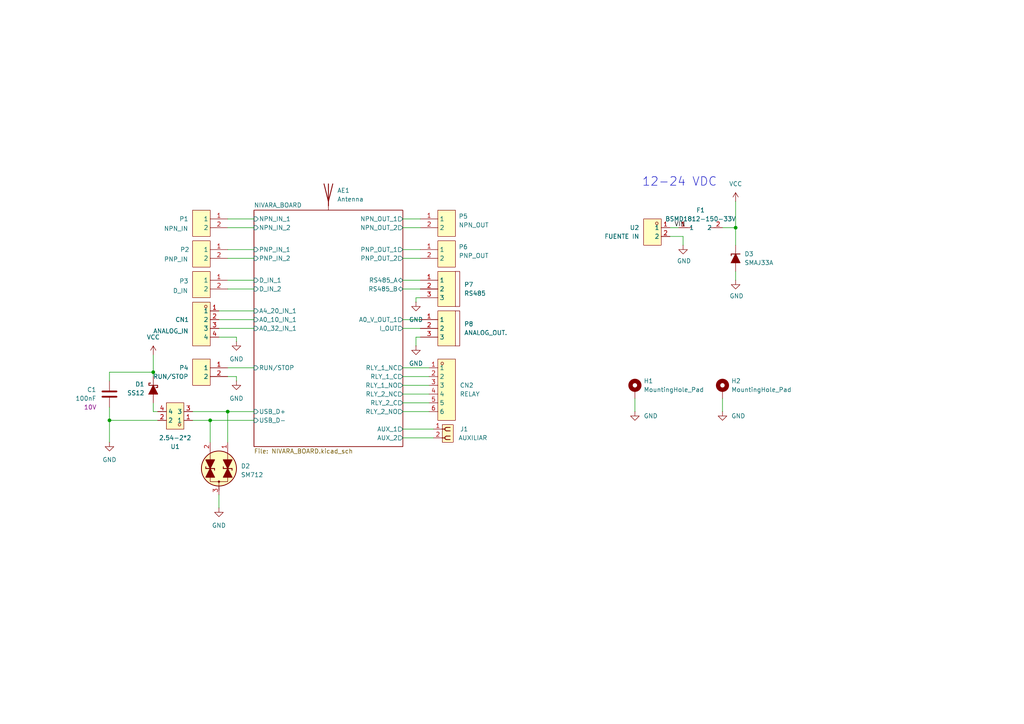
<source format=kicad_sch>
(kicad_sch (version 20250114) (generator "eeschema") (generator_version "9.0")
  (paper "A4")
  (title_block (title "PCB Nivara") (date "2025-06-06") (rev "2025-06-06") (company "Instituto Tecnológico de las Américas"))
  (lib_symbols
    (symbol "EasyEDA:2.54-2*2"
      (property "Reference" "U" (at 0 6.35 0))
      (property "Value" "2.54-2*2" (at 0 -6.35 0))
      (symbol "2.54-2*2_0_1"
        (rectangle (start -2.54 3.81) (end 2.54 -3.81) (fill (type background)))
        (circle (center -1.27 2.54) (radius 0.38))
        (pin unspecified line (at -5.08 1.27 0) (length 2.54) (name "1") (number "1"))
        (pin unspecified line (at -5.08 -1.27 0) (length 2.54) (name "3") (number "3"))
        (pin unspecified line (at 5.08 1.27 180) (length 2.54) (name "2") (number "2"))
        (pin unspecified line (at 5.08 -1.27 180) (length 2.54) (name "4") (number "4"))
      )
    )
    (symbol "EasyEDA:Antenna" (pin_numbers (hide yes)) (pin_names (offset 1.016) (hide yes))
      (property "Reference" "AE" (at -1.905 1.905 0))
      (property "Value" "Antenna" (at -1.905 0 0))
      (symbol "Antenna_0_1"
        (polyline (pts (xy 0 2.54) (xy 0 -3.81)) (stroke (width 0.254)))
        (polyline (pts (xy 1.27 2.54) (xy 0 -2.54) (xy -1.27 2.54)) (stroke (width 0.254)))
      )
      (symbol "Antenna_1_1"
        (pin input line (at 0 -5.08 90) (length 2.54) (name "A") (number "1"))
      )
    )
    (symbol "EasyEDA:BSMD1812-150-33V"
      (property "Reference" "F" (at 0 5.08 0))
      (property "Value" "BSMD1812-150-33V" (at 0 -5.08 0))
      (symbol "BSMD1812-150-33V_0_1"
        (polyline (pts (xy -2.54 0) (xy -1.27 0)))
        (polyline (pts (xy -1.27 0)) (fill (type background)))
        (polyline (pts (xy 3.81 0) (xy 5.08 0)))
        (pin unspecified line (at -5.08 0 0) (length 2.54) (name "1") (number "1"))
        (pin unspecified line (at 7.62 0 180) (length 2.54) (name "2") (number "2"))
      )
    )
    (symbol "EasyEDA:C_0603" (pin_numbers (hide yes)) (pin_names (offset 0.254))
      (property "Reference" "C" (at 0.635 2.54 0))
      (property "Value" "C_0603" (at 0.635 -2.54 0))
      (symbol "C_0603_0_1"
        (polyline (pts (xy -2.032 0.762) (xy 2.032 0.762)) (stroke (width 0.508)))
        (polyline (pts (xy -2.032 -0.762) (xy 2.032 -0.762)) (stroke (width 0.508)))
      )
      (symbol "C_0603_0_2"
        (polyline (pts (xy -2.54 -2.54) (xy -0.381 -0.381)))
        (polyline (pts (xy -0.508 -0.508) (xy -1.651 0.635)) (stroke (width 0.508)))
        (polyline (pts (xy -0.508 -0.508) (xy 0.635 -1.651)) (stroke (width 0.508)))
        (polyline (pts (xy 0.381 0.381) (xy 2.54 2.54)))
        (polyline (pts (xy 0.508 0.508) (xy -0.635 1.651)) (stroke (width 0.508)))
        (polyline (pts (xy 0.508 0.508) (xy 1.651 -0.635)) (stroke (width 0.508)))
      )
      (symbol "C_0603_1_1"
        (pin passive line (at 0 3.81 270) (length 2.794) (name "~") (number "1"))
        (pin passive line (at 0 -3.81 90) (length 2.794) (name "~") (number "2"))
      )
      (symbol "C_0603_1_2"
        (pin passive line (at -2.54 -2.54 90) (length 0) (name "~") (number "2"))
        (pin passive line (at 2.54 2.54 270) (length 0) (name "~") (number "1"))
      )
    )
    (symbol "EasyEDA:DB128V-5.08-4P-GN-S"
      (property "Reference" "CN" (at 0 8.89 0))
      (property "Value" "DB128V-5.08-4P-GN-S" (at 0 -8.89 0))
      (symbol "DB128V-5.08-4P-GN-S_0_1"
        (rectangle (start -2.54 6.35) (end 2.54 -6.35) (fill (type background)))
        (circle (center -1.27 5.08) (radius 0.38))
        (pin unspecified line (at -5.08 3.81 0) (length 2.54) (name "1") (number "1"))
        (pin unspecified line (at -5.08 1.27 0) (length 2.54) (name "2") (number "2"))
        (pin unspecified line (at -5.08 -1.27 0) (length 2.54) (name "3") (number "3"))
        (pin unspecified line (at -5.08 -3.81 0) (length 2.54) (name "4") (number "4"))
      )
    )
    (symbol "EasyEDA:DB128V-5.08-6P-GN-S"
      (property "Reference" "CN" (at 0 11.43 0))
      (property "Value" "DB128V-5.08-6P-GN-S" (at 0 -11.43 0))
      (symbol "DB128V-5.08-6P-GN-S_0_1"
        (rectangle (start -2.54 8.89) (end 2.54 -8.89) (fill (type background)))
        (circle (center -1.27 7.62) (radius 0.38))
        (pin unspecified line (at -5.08 6.35 0) (length 2.54) (name "1") (number "1"))
        (pin unspecified line (at -5.08 3.81 0) (length 2.54) (name "2") (number "2"))
        (pin unspecified line (at -5.08 1.27 0) (length 2.54) (name "3") (number "3"))
        (pin unspecified line (at -5.08 -1.27 0) (length 2.54) (name "4") (number "4"))
        (pin unspecified line (at -5.08 -3.81 0) (length 2.54) (name "5") (number "5"))
        (pin unspecified line (at -5.08 -6.35 0) (length 2.54) (name "6") (number "6"))
      )
    )
    (symbol "EasyEDA:GND" (power) (pin_numbers (hide yes)) (pin_names (offset 0) (hide yes))
      (property "Value" "GND" (at 0 -3.81 0))
      (symbol "GND_0_1"
        (polyline (pts (xy 0 0) (xy 0 -1.27) (xy 1.27 -1.27) (xy 0 -2.54) (xy -1.27 -1.27) (xy 0 -1.27)))
      )
      (symbol "GND_1_1"
        (pin power_in line (at 0 0 270) (length 0) (name "~") (number "1"))
      )
    )
    (symbol "EasyEDA:MountingHole_Pad" (pin_numbers (hide yes)) (pin_names (offset 1.016) (hide yes)) (in_bom no)
      (property "Reference" "H" (at 0 6.35 0))
      (property "Value" "MountingHole_Pad" (at 0 4.445 0))
      (symbol "MountingHole_Pad_0_1"
        (circle (center 0 1.27) (radius 1.27) (stroke (width 1.27)))
      )
      (symbol "MountingHole_Pad_1_1"
        (pin input line (at 0 -2.54 90) (length 2.54) (name "1") (number "1"))
      )
    )
    (symbol "EasyEDA:PINHD_1x2_Female"
      (property "Reference" "J" (at 0 7.62 0))
      (property "Value" "PINHD_1x2_Female" (at 0 5.08 0))
      (symbol "PINHD_1x2_Female_0_1"
        (rectangle (start -1.27 2.54) (end 1.905 -2.54) (fill (type background)))
        (polyline (pts (xy -1.27 1.27) (xy -0.508 1.27)) (stroke (width 0.25)))
        (polyline (pts (xy -1.27 -1.27) (xy -0.508 -1.27)) (stroke (width 0.25)))
        (polyline (pts (xy 0 1.778) (xy 1.016 1.778)) (stroke (width 0.25)))
        (arc (start -0.508 1.27) (mid -0.3592 1.6292) (end 0 1.778) (stroke (width 0.25)))
        (arc (start 0 0.762) (mid -0.3592 0.9108) (end -0.508 1.27) (stroke (width 0.25)))
        (polyline (pts (xy 0 0.762) (xy 1.016 0.762)) (stroke (width 0.25)))
        (polyline (pts (xy 0 -0.762) (xy 1.016 -0.762)) (stroke (width 0.25)))
        (arc (start -0.508 -1.27) (mid -0.3592 -0.9108) (end 0 -0.762) (stroke (width 0.25)))
        (arc (start 0 -1.778) (mid -0.3592 -1.6292) (end -0.508 -1.27) (stroke (width 0.25)))
        (polyline (pts (xy 0 -1.778) (xy 1.016 -1.778)) (stroke (width 0.25)))
      )
      (symbol "PINHD_1x2_Female_1_1"
        (pin passive line (at -3.81 1.27 0) (length 2.54) (name "") (number "1"))
        (pin passive line (at -3.81 -1.27 0) (length 2.54) (name "") (number "2"))
      )
    )
    (symbol "EasyEDA:SM712" (pin_names (offset 1.016) (hide yes))
      (property "Reference" "D" (at 0 8.89 0))
      (property "Value" "SM712" (at 0 6.35 0))
      (symbol "SM712_0_1"
        (polyline (pts (xy -6.35 0) (xy -3.81 0)))
        (circle (center -3.81 0) (radius 0.254) (fill (type outline)))
        (polyline (pts (xy -2.54 2.54) (xy -3.81 2.54) (xy -3.81 -2.54) (xy -2.54 -2.54)))
        (circle (center 0 0) (radius 5.08) (stroke (width 0.254)) (fill (type background)))
        (polyline (pts (xy 2.54 2.54) (xy 5.08 2.54)))
        (polyline (pts (xy 2.54 -2.54) (xy 5.08 -2.54)))
      )
      (symbol "SM712_0_2"
        (polyline (pts (xy -2.54 5.08) (xy -2.54 -5.08)) (stroke (width 0.254)))
        (polyline (pts (xy -2.54 0) (xy 0 0)))
        (polyline (pts (xy 0 6.35) (xy 0 7.62)))
        (arc (start -2.54 5.08) (mid 0 7.5976) (end 2.54 5.08) (stroke (width 0.254)))
        (polyline (pts (xy 0 1.27) (xy 0 -1.27)))
        (circle (center 0 0) (radius 0.254) (fill (type outline)))
        (arc (start 2.54 -5.08) (mid 0 -7.5976) (end -2.54 -5.08) (stroke (width 0.254)))
        (polyline (pts (xy 0 -6.35) (xy 0 -7.62)))
        (polyline (pts (xy 0 -7.62) (xy -1.016 -7.366) (xy -1.778 -6.858) (xy -2.286 -6.096) (xy -2.54 -5.588) (xy -2.54 5.334) (xy -2.286 6.096) (xy -2.032 6.604) (xy -1.524 7.112) (xy -0.254 7.62) (xy 0.254 7.62) (xy 1.524 7.112) (xy 2.032 6.604) (xy 2.286 6.096) (xy 2.54 5.334) (xy 2.54 0.254) (xy 2.54 -5.334) (xy 2.286 -6.096) (xy 2.032 -6.604) (xy 1.524 -7.112) (xy 1.016 -7.366) (xy 0 -7.62)) (stroke (width 0.01)) (fill (type background)))
        (polyline (pts (xy 2.54 -5.08) (xy 2.54 5.08)) (stroke (width 0.254)))
      )
      (symbol "SM712_1_1"
        (polyline (pts (xy -2.54 1.27) (xy -2.54 3.81) (xy 0 2.54) (xy -2.54 1.27)) (stroke (width 0.254)) (fill (type outline)))
        (polyline (pts (xy -2.54 -3.81) (xy -2.54 -1.27) (xy 0 -2.54) (xy -2.54 -3.81)) (stroke (width 0.254)) (fill (type outline)))
        (polyline (pts (xy -1.27 2.54) (xy 1.27 2.54)))
        (polyline (pts (xy -1.27 -2.54) (xy 1.27 -2.54)))
        (polyline (pts (xy 0 3.81) (xy 0.508 3.81)) (stroke (width 0.254)))
        (polyline (pts (xy 0 2.54) (xy 2.54 1.27) (xy 2.54 3.81) (xy 0 2.54)) (stroke (width 0.254)) (fill (type outline)))
        (polyline (pts (xy 0 1.27) (xy -0.508 1.27)) (stroke (width 0.254)))
        (polyline (pts (xy 0 1.27) (xy 0 3.81)) (stroke (width 0.254)))
        (polyline (pts (xy 0 -1.27) (xy 0.508 -1.27)) (stroke (width 0.254)))
        (polyline (pts (xy 0 -2.54) (xy 2.54 -3.81) (xy 2.54 -1.27) (xy 0 -2.54)) (stroke (width 0.254)) (fill (type outline)))
        (polyline (pts (xy 0 -3.81) (xy -0.508 -3.81)) (stroke (width 0.254)))
        (polyline (pts (xy 0 -3.81) (xy 0 -1.27)) (stroke (width 0.254)))
        (pin passive line (at -7.62 0 0) (length 2.54) (name "Com") (number "3"))
        (pin passive line (at 7.62 2.54 180) (length 2.54) (name "A2") (number "2"))
        (pin passive line (at 7.62 -2.54 180) (length 2.54) (name "A1") (number "1"))
      )
      (symbol "SM712_1_2"
        (polyline (pts (xy -1.27 3.81) (xy -1.27 4.318)) (stroke (width 0.254)))
        (polyline (pts (xy -1.27 -3.81) (xy -1.27 -3.302)) (stroke (width 0.254)))
        (polyline (pts (xy 0 3.81) (xy 1.27 6.35) (xy -1.27 6.35) (xy 0 3.81)) (stroke (width 0.254)) (fill (type outline)))
        (polyline (pts (xy 0 -3.81) (xy 1.27 -1.27) (xy -1.27 -1.27) (xy 0 -3.81)) (stroke (width 0.254)) (fill (type outline)))
        (polyline (pts (xy 1.27 3.81) (xy -1.27 3.81)) (stroke (width 0.254)))
        (polyline (pts (xy 1.27 3.81) (xy 1.27 3.302)) (stroke (width 0.254)))
        (polyline (pts (xy 1.27 1.27) (xy -1.27 1.27) (xy 0 3.81) (xy 1.27 1.27)) (stroke (width 0.254)) (fill (type outline)))
        (polyline (pts (xy 1.27 -3.81) (xy -1.27 -3.81)) (stroke (width 0.254)))
        (polyline (pts (xy 1.27 -3.81) (xy 1.27 -4.318)) (stroke (width 0.254)))
        (polyline (pts (xy 1.27 -6.35) (xy -1.27 -6.35) (xy 0 -3.81) (xy 1.27 -6.35)) (stroke (width 0.254)) (fill (type outline)))
        (pin passive line (at -5.08 0 0) (length 2.54) (name "Com") (number "3"))
        (pin passive line (at 0 10.16 270) (length 2.54) (name "A2") (number "2"))
        (pin passive line (at 0 -10.16 90) (length 2.54) (name "A1") (number "1"))
      )
    )
    (symbol "EasyEDA:SMAJ33A" (pin_numbers (hide yes)) (pin_names (offset 1.016) (hide yes))
      (property "Reference" "D" (at 0 5.08 0))
      (property "Value" "SMAJ33A" (at 0 2.54 0))
      (symbol "SMAJ33A_0_1"
        (polyline (pts (xy -1.27 1.27) (xy -1.27 -1.27) (xy 1.27 0) (xy -1.27 1.27)) (stroke (width 0.254)) (fill (type outline)))
        (polyline (pts (xy -1.27 0) (xy 1.27 0)))
        (polyline (pts (xy 1.27 1.27) (xy 0.762 1.27)) (stroke (width 0.254)))
        (polyline (pts (xy 1.27 -1.27) (xy 1.27 1.27)) (stroke (width 0.254)))
      )
      (symbol "SMAJ33A_0_2"
        (polyline (pts (xy -2.54 -2.54) (xy 2.54 2.54)))
        (polyline (pts (xy -0.889 -0.889) (xy -1.778 0) (xy 0.889 0.889) (xy 0 -1.778) (xy -0.889 -0.889)) (stroke (width 0.254)) (fill (type outline)))
        (polyline (pts (xy 0 1.778) (xy -0.381 1.397)) (stroke (width 0.254)))
        (polyline (pts (xy 0 1.778) (xy 1.778 0)) (stroke (width 0.254)))
      )
      (symbol "SMAJ33A_1_1"
        (pin passive line (at -3.81 0 0) (length 2.54) (name "A") (number "2"))
        (pin passive line (at 3.81 0 180) (length 2.54) (name "K") (number "1"))
      )
      (symbol "SMAJ33A_1_2"
        (pin passive line (at -2.54 -2.54 0) (length 0) (name "A") (number "2"))
        (pin passive line (at 2.54 2.54 180) (length 0) (name "K") (number "1"))
      )
    )
    (symbol "EasyEDA:SS12" (pin_numbers (hide yes)) (pin_names (offset 1.016) (hide yes))
      (property "Reference" "D" (at 0 5.08 0))
      (property "Value" "SS12" (at 0 2.54 0))
      (symbol "SS12_0_1"
        (polyline (pts (xy -1.27 0) (xy 1.27 0)))
        (polyline (pts (xy -1.27 -1.27) (xy -1.27 1.27) (xy 1.27 0) (xy -1.27 -1.27)) (stroke (width 0.254)) (fill (type outline)))
        (polyline (pts (xy 1.905 -0.762) (xy 1.905 -1.27) (xy 1.27 -1.27) (xy 1.27 1.27) (xy 0.635 1.27) (xy 0.635 0.762)) (stroke (width 0.254)))
      )
      (symbol "SS12_0_2"
        (polyline (pts (xy -2.54 -2.54) (xy 2.54 2.54)))
        (polyline (pts (xy -0.889 -0.889) (xy -1.778 0) (xy 0.889 0.889) (xy 0 -1.778) (xy -0.889 -0.889)) (stroke (width 0.254)) (fill (type outline)))
        (polyline (pts (xy 0 1.778) (xy 1.778 0)) (stroke (width 0.254)))
        (polyline (pts (xy 0 1.778) (xy -0.381 1.397) (xy 0 1.016)) (stroke (width 0.254)))
        (polyline (pts (xy 1.778 0) (xy 2.159 0.381) (xy 1.778 0.762)) (stroke (width 0.254)))
      )
      (symbol "SS12_1_1"
        (pin passive line (at -3.81 0 0) (length 2.54) (name "A") (number "2"))
        (pin passive line (at 3.81 0 180) (length 2.54) (name "K") (number "1"))
      )
      (symbol "SS12_1_2"
        (pin passive line (at -2.54 -2.54 0) (length 0) (name "A") (number "2"))
        (pin passive line (at 2.54 2.54 180) (length 0) (name "K") (number "1"))
      )
    )
    (symbol "EasyEDA:VCC" (power) (pin_numbers (hide yes)) (pin_names (offset 0) (hide yes))
      (property "Value" "VCC" (at 0 3.556 0))
      (symbol "VCC_0_1"
        (polyline (pts (xy -0.762 1.27) (xy 0 2.54)))
        (polyline (pts (xy 0 2.54) (xy 0.762 1.27)))
        (polyline (pts (xy 0 0) (xy 0 2.54)))
      )
      (symbol "VCC_1_1"
        (pin power_in line (at 0 0 90) (length 0) (name "~") (number "1"))
      )
    )
    (symbol "EasyEDA:WJ500V-5.08-2P-14-00A"
      (property "Reference" "P" (at 0 0 0))
      (property "Value" "WJ500V-5.08-2P-14-00A" (at 0 -10.16 0))
      (symbol "WJ500V-5.08-2P-14-00A_0_1"
        (rectangle (start -3.81 5.08) (end 3.81 0) (fill (type background)))
        (pin unspecified line (at -1.27 -5.08 90) (length 5.08) (name "1") (number "1"))
        (pin unspecified line (at 1.27 -5.08 90) (length 5.08) (name "2") (number "2"))
      )
    )
    (symbol "EasyEDA:WJ500V-5.08-3P-14-00A"
      (property "Reference" "P" (at 0 0 0))
      (property "Value" "WJ500V-5.08-3P-14-00A" (at 0 -10.16 0))
      (symbol "WJ500V-5.08-3P-14-00A_0_1"
        (rectangle (start -5.08 5.08) (end 5.08 0) (fill (type background)))
        (polyline (pts (xy -5.08 5.08) (xy -5.08 6.35) (xy 5.08 6.35) (xy 5.08 5.08)))
        (pin unspecified line (at -2.54 -5.08 90) (length 5.08) (name "1") (number "1"))
        (pin unspecified line (at 0 -5.08 90) (length 5.08) (name "2") (number "2"))
        (pin unspecified line (at 2.54 -5.08 90) (length 5.08) (name "3") (number "3"))
      )
    )
    (symbol "EasyEDA:XY126V-5.0-2P"
      (property "Reference" "U" (at 0 6.35 0))
      (property "Value" "XY126V-5.0-2P" (at 0 -6.35 0))
      (symbol "XY126V-5.0-2P_0_1"
        (rectangle (start -2.54 3.81) (end 2.54 -3.81) (fill (type background)))
        (circle (center -1.27 2.54) (radius 0.38))
        (pin unspecified line (at -5.08 1.27 0) (length 2.54) (name "1") (number "1"))
        (pin unspecified line (at -5.08 -1.27 0) (length 2.54) (name "2") (number "2"))
      )
    )
  )
  (text "12-24 VDC" (at 197.104 52.832 0) (effects (font (size 2.5 2.5))))
  (junction (at 60.96 121.92))
  (junction (at 31.75 121.92))
  (junction (at 213.36 66.04))
  (junction (at 44.45 107.95))
  (junction (at 66.04 119.38))
  (wire (pts (xy 44.45 109.22) (xy 44.45 107.95)))
  (wire (pts (xy 60.96 121.92) (xy 73.66 121.92)))
  (wire (pts (xy 120.65 97.79) (xy 121.92 97.79)))
  (wire (pts (xy 116.84 83.82) (xy 121.92 83.82)))
  (wire (pts (xy 63.5 95.25) (xy 73.66 95.25)))
  (wire (pts (xy 116.84 72.39) (xy 121.92 72.39)))
  (wire (pts (xy 66.04 119.38) (xy 66.04 128.27)))
  (wire (pts (xy 66.04 74.93) (xy 73.66 74.93)))
  (wire (pts (xy 213.36 66.04) (xy 213.36 71.12)))
  (wire (pts (xy 66.04 81.28) (xy 73.66 81.28)))
  (wire (pts (xy 116.84 66.04) (xy 121.92 66.04)))
  (wire (pts (xy 116.84 114.3) (xy 124.46 114.3)))
  (wire (pts (xy 66.04 83.82) (xy 73.66 83.82)))
  (wire (pts (xy 116.84 116.84) (xy 124.46 116.84)))
  (wire (pts (xy 68.58 97.79) (xy 63.5 97.79)))
  (wire (pts (xy 198.12 68.58) (xy 194.31 68.58)))
  (wire (pts (xy 209.55 66.04) (xy 213.36 66.04)))
  (wire (pts (xy 68.58 110.49) (xy 68.58 109.22)))
  (wire (pts (xy 213.36 58.42) (xy 213.36 66.04)))
  (wire (pts (xy 116.84 109.22) (xy 124.46 109.22)))
  (wire (pts (xy 116.84 92.71) (xy 121.92 92.71)))
  (wire (pts (xy 66.04 72.39) (xy 73.66 72.39)))
  (wire (pts (xy 55.88 121.92) (xy 60.96 121.92)))
  (wire (pts (xy 66.04 66.04) (xy 73.66 66.04)))
  (wire (pts (xy 60.96 121.92) (xy 60.96 128.27)))
  (wire (pts (xy 66.04 119.38) (xy 73.66 119.38)))
  (wire (pts (xy 31.75 121.92) (xy 45.72 121.92)))
  (wire (pts (xy 31.75 107.95) (xy 44.45 107.95)))
  (wire (pts (xy 31.75 118.11) (xy 31.75 121.92)))
  (wire (pts (xy 68.58 99.06) (xy 68.58 97.79)))
  (wire (pts (xy 116.84 74.93) (xy 121.92 74.93)))
  (wire (pts (xy 116.84 95.25) (xy 121.92 95.25)))
  (wire (pts (xy 66.04 63.5) (xy 73.66 63.5)))
  (wire (pts (xy 63.5 143.51) (xy 63.5 147.32)))
  (wire (pts (xy 66.04 109.22) (xy 68.58 109.22)))
  (wire (pts (xy 63.5 90.17) (xy 73.66 90.17)))
  (wire (pts (xy 125.73 127) (xy 116.84 127)))
  (wire (pts (xy 194.31 66.04) (xy 196.85 66.04)))
  (wire (pts (xy 120.65 87.63) (xy 120.65 86.36)))
  (wire (pts (xy 125.73 124.46) (xy 116.84 124.46)))
  (wire (pts (xy 66.04 106.68) (xy 73.66 106.68)))
  (wire (pts (xy 184.15 115.57) (xy 184.15 119.38)))
  (wire (pts (xy 116.84 111.76) (xy 124.46 111.76)))
  (wire (pts (xy 116.84 81.28) (xy 121.92 81.28)))
  (wire (pts (xy 31.75 121.92) (xy 31.75 128.27)))
  (wire (pts (xy 45.72 119.38) (xy 44.45 119.38)))
  (wire (pts (xy 44.45 102.87) (xy 44.45 107.95)))
  (wire (pts (xy 116.84 63.5) (xy 121.92 63.5)))
  (wire (pts (xy 63.5 92.71) (xy 73.66 92.71)))
  (wire (pts (xy 116.84 106.68) (xy 124.46 106.68)))
  (wire (pts (xy 213.36 81.28) (xy 213.36 78.74)))
  (wire (pts (xy 209.55 115.57) (xy 209.55 119.38)))
  (wire (pts (xy 120.65 86.36) (xy 121.92 86.36)))
  (wire (pts (xy 44.45 119.38) (xy 44.45 116.84)))
  (wire (pts (xy 120.65 97.79) (xy 120.65 100.33)))
  (wire (pts (xy 116.84 119.38) (xy 124.46 119.38)))
  (wire (pts (xy 55.88 119.38) (xy 66.04 119.38)))
  (wire (pts (xy 198.12 71.12) (xy 198.12 68.58)))
  (wire (pts (xy 31.75 110.49) (xy 31.75 107.95)))
  (label "VIN" (at 195.58 66.04 0))
  (symbol (lib_id "EasyEDA:GND") (at 63.5 147.32 0) (unit 1)
    (property "Reference" "#PWR03" (effects (hide yes)))
    (property "Value" "GND" (at 63.5 152.4 0))
    (property "Description" "Power symbol creates a global label with name \"GND\" , ground" (effects (hide yes)))
  )
  (symbol (lib_id "EasyEDA:WJ500V-5.08-3P-14-00A") (at 127 83.82 270) (unit 1)
    (property "Reference" "P7" (at 134.62 82.5499 90) (effects (justify left)))
    (property "Value" "RS485" (at 134.62 85.0899 90) (effects (justify left)))
    (property "Footprint" "EasyEDA:CONN-TH_3P-P5.00_WJ500V-5.08-3P" (effects (hide yes)))
    (property "Datasheet" "https://lcsc.com/product-detail/Terminal-Blocks_WJ500V-5-08-3P_C72334.html" (effects (hide yes)))
    (property "LCSC Part" "C72334" (effects (hide yes)))
  )
  (symbol (lib_id "EasyEDA:XY126V-5.0-2P") (at 189.23 67.31 0) (mirror y) (unit 1)
    (property "Reference" "U2" (at 185.42 66.0399 0) (effects (justify left)))
    (property "Value" "FUENTE IN" (at 185.42 68.5799 0) (effects (justify left)))
    (property "Footprint" "EasyEDA:CONN-TH_XY126V-5.0-2P" (effects (hide yes)))
    (property "Datasheet" "https://lcsc.com/product-detail/Screw-terminal_XY126V-5-0-2P_C557646.html" (effects (hide yes)))
    (property "LCSC Part" "C557646" (effects (hide yes)))
  )
  (symbol (lib_id "EasyEDA:GND") (at 213.36 81.28 0) (unit 1)
    (property "Reference" "#PWR012" (effects (hide yes)))
    (property "Value" "GND" (at 211.582 85.852 0) (effects (justify left)))
    (property "Description" "Power symbol creates a global label with name \"GND\" , ground" (effects (hide yes)))
  )
  (symbol (lib_id "EasyEDA:WJ500V-5.08-2P-14-00A") (at 60.96 64.77 90) (mirror x) (unit 1)
    (property "Reference" "P1" (at 53.34 63.5 90))
    (property "Value" "NPN_IN" (at 51.054 66.294 90))
    (property "Footprint" "EasyEDA:CONN-TH_XY126V-5.0-2P" (effects (hide yes)))
    (property "Datasheet" "https://lcsc.com/product-detail/Terminal-Blocks_WJ500V-5-08-2P_C8465.html" (effects (hide yes)))
    (property "LCSC Part" "C8465" (effects (hide yes)))
  )
  (symbol (lib_id "EasyEDA:BSMD1812-150-33V") (at 201.93 66.04 0) (unit 1)
    (property "Reference" "F1" (at 203.2 60.96 0))
    (property "Value" "BSMD1812-150-33V" (at 203.2 63.5 0))
    (property "Footprint" "EasyEDA:F1812" (effects (hide yes)))
    (property "Datasheet" "https://lcsc.com/product-detail/PTC-Resettable-Fuses_BHFUSE-BSMD1812-150-33V_C883154.html" (effects (hide yes)))
    (property "LCSC Part" "C883154" (effects (hide yes)))
  )
  (symbol (lib_id "EasyEDA:WJ500V-5.08-2P-14-00A") (at 127 73.66 270) (unit 1)
    (property "Reference" "P6" (at 134.366 71.628 90))
    (property "Value" "PNP_OUT" (at 137.414 74.168 90))
    (property "Footprint" "EasyEDA:CONN-TH_XY126V-5.0-2P" (effects (hide yes)))
    (property "Datasheet" "https://lcsc.com/product-detail/Terminal-Blocks_WJ500V-5-08-2P_C8465.html" (effects (hide yes)))
    (property "LCSC Part" "C8465" (effects (hide yes)))
  )
  (symbol (lib_id "EasyEDA:GND") (at 120.65 100.33 0) (unit 1)
    (property "Reference" "#PWR07" (effects (hide yes)))
    (property "Value" "GND" (at 120.65 105.41 0))
    (property "Description" "Power symbol creates a global label with name \"GND\" , ground" (effects (hide yes)))
  )
  (symbol (lib_id "EasyEDA:DB128V-5.08-6P-GN-S") (at 129.54 113.03 0) (unit 1)
    (property "Reference" "CN2" (at 133.35 111.7599 0) (effects (justify left)))
    (property "Value" "RELAY" (at 133.35 114.2999 0) (effects (justify left)))
    (property "Footprint" "EasyEDA:CONN-TH_DB126V-5.0-6P-GN" (effects (hide yes)))
    (property "LCSC Part" "C2915642" (effects (hide yes)))
  )
  (symbol (lib_id "EasyEDA:GND") (at 31.75 128.27 0) (unit 1)
    (property "Reference" "#PWR01" (effects (hide yes)))
    (property "Value" "GND" (at 31.75 133.35 0))
    (property "Description" "Power symbol creates a global label with name \"GND\" , ground" (effects (hide yes)))
  )
  (symbol (lib_id "EasyEDA:MountingHole_Pad") (at 184.15 113.03 0) (unit 1) (in_bom no)
    (property "Reference" "H1" (at 186.69 110.4899 0) (effects (justify left)))
    (property "Value" "MountingHole_Pad" (at 186.69 113.0299 0) (effects (justify left)))
    (property "Footprint" "MountingHole:MountingHole_3.2mm_M3_Pad_Via" (effects (hide yes)))
    (property "Description" "Mounting Hole with connection" (effects (hide yes)))
  )
  (symbol (lib_id "EasyEDA:MountingHole_Pad") (at 209.55 113.03 0) (unit 1) (in_bom no)
    (property "Reference" "H2" (at 212.09 110.4899 0) (effects (justify left)))
    (property "Value" "MountingHole_Pad" (at 212.09 113.0299 0) (effects (justify left)))
    (property "Footprint" "MountingHole:MountingHole_3.2mm_M3_Pad_Via" (effects (hide yes)))
    (property "Description" "Mounting Hole with connection" (effects (hide yes)))
  )
  (symbol (lib_id "EasyEDA:GND") (at 68.58 110.49 0) (unit 1)
    (property "Reference" "#PWR05" (effects (hide yes)))
    (property "Value" "GND" (at 68.58 115.57 0))
    (property "Description" "Power symbol creates a global label with name \"GND\" , ground" (effects (hide yes)))
  )
  (symbol (lib_id "EasyEDA:SS12") (at 44.45 113.03 270) (mirror x) (unit 1)
    (property "Reference" "D1" (at 41.91 111.4424 90) (effects (justify right)))
    (property "Value" "SS12" (at 41.91 113.9824 90) (effects (justify right)))
    (property "Footprint" "PCM_Diode_SMD_AKL:D_SMA" (effects (hide yes)))
    (property "Datasheet" "https://www.tme.eu/Document/39e1c2d2c354f63d74e9a2edb2156b4b/SS14-E3_61T.pdf" (effects (hide yes)))
    (property "Description" "SMA Schottky diode, 20V, 1A, Alternate KiCAD Library" (effects (hide yes)))
  )
  (symbol (lib_id "EasyEDA:GND") (at 68.58 99.06 0) (unit 1)
    (property "Reference" "#PWR04" (effects (hide yes)))
    (property "Value" "GND" (at 68.58 104.14 0))
    (property "Description" "Power symbol creates a global label with name \"GND\" , ground" (effects (hide yes)))
  )
  (symbol (lib_id "EasyEDA:GND") (at 120.65 87.63 0) (unit 1)
    (property "Reference" "#PWR06" (effects (hide yes)))
    (property "Value" "GND" (at 120.65 92.71 0))
    (property "Description" "Power symbol creates a global label with name \"GND\" , ground" (effects (hide yes)))
  )
  (symbol (lib_id "EasyEDA:GND") (at 198.12 71.12 0) (unit 1)
    (property "Reference" "#PWR09" (effects (hide yes)))
    (property "Value" "GND" (at 196.342 75.692 0) (effects (justify left)))
    (property "Description" "Power symbol creates a global label with name \"GND\" , ground" (effects (hide yes)))
  )
  (symbol (lib_id "EasyEDA:WJ500V-5.08-2P-14-00A") (at 60.96 73.66 90) (mirror x) (unit 1)
    (property "Reference" "P2" (at 53.594 72.39 90))
    (property "Value" "PNP_IN" (at 51.054 75.184 90))
    (property "Footprint" "EasyEDA:CONN-TH_XY126V-5.0-2P" (effects (hide yes)))
    (property "Datasheet" "https://lcsc.com/product-detail/Terminal-Blocks_WJ500V-5-08-2P_C8465.html" (effects (hide yes)))
    (property "LCSC Part" "C8465" (effects (hide yes)))
  )
  (symbol (lib_id "EasyEDA:PINHD_1x2_Female") (at 129.54 125.73 0) (unit 1)
    (property "Reference" "J1" (at 134.62 124.46 0))
    (property "Value" "AUXILIAR" (at 137.16 127 0))
    (property "Footprint" "Connector_PinSocket_2.54mm:PinSocket_1x02_P2.54mm_Vertical" (effects (hide yes)))
    (property "Description" "Pin Header female with pin space 2.54mm. Pin Count -2" (effects (hide yes)))
  )
  (symbol (lib_id "EasyEDA:Antenna") (at 95.25 55.88 0) (unit 1) (exclude_from_sim yes) (in_bom no) (on_board no)
    (property "Reference" "AE1" (at 97.79 55.2449 0) (effects (justify left)))
    (property "Value" "Antenna" (at 97.79 57.7849 0) (effects (justify left)))
    (property "Description" "Antenna" (effects (hide yes)))
  )
  (symbol (lib_id "EasyEDA:VCC") (at 213.36 58.42 0) (unit 1)
    (property "Reference" "#PWR011" (effects (hide yes)))
    (property "Value" "VCC" (at 213.36 53.34 0))
    (property "Description" "Power symbol creates a global label with name \"VCC\"" (effects (hide yes)))
  )
  (symbol (lib_id "EasyEDA:2.54-2*2") (at 50.8 120.65 180) (unit 1)
    (property "Reference" "U1" (at 50.8 129.54 0))
    (property "Value" "2.54-2*2" (at 50.8 127 0))
    (property "Footprint" "Connector_PinHeader_2.54mm:PinHeader_2x02_P2.54mm_Vertical" (effects (hide yes)))
    (property "LCSC Part" "C2977590" (effects (hide yes)))
  )
  (symbol (lib_id "EasyEDA:GND") (at 209.55 119.38 0) (unit 1)
    (property "Reference" "#PWR010" (effects (hide yes)))
    (property "Value" "GND" (at 212.09 120.6499 0) (effects (justify left)))
    (property "Description" "Power symbol creates a global label with name \"GND\" , ground" (effects (hide yes)))
  )
  (symbol (lib_id "EasyEDA:C_0603") (at 31.75 114.3 0) (mirror y) (unit 1)
    (property "Reference" "C1" (at 27.94 113.0299 0) (effects (justify left)))
    (property "Value" "100nF" (at 27.94 115.5699 0) (effects (justify left)))
    (property "Footprint" "PCM_Capacitor_SMD_AKL:C_0603_1608Metric" (effects (hide yes)))
    (property "Description" "SMD 0603 MLCC capacitor, Alternate KiCad Library" (effects (hide yes)))
    (property "Vol" "10V" (at 26.162 118.11 0))
  )
  (symbol (lib_id "EasyEDA:SM712") (at 63.5 135.89 90) (unit 1)
    (property "Reference" "D2" (at 69.85 135.1914 90) (effects (justify right)))
    (property "Value" "SM712" (at 69.85 137.7314 90) (effects (justify right)))
    (property "Footprint" "PCM_Package_TO_SOT_SMD_AKL:SOT-23" (effects (hide yes)))
    (property "Datasheet" "https://www.tme.eu/Document/75933fc1842e5f5f3391c0542bf992c7/SM712.pdf" (effects (hide yes)))
    (property "Description" "SOT-23 Dual bidirectional TVS diode, 12V/7V, 600W, Alternate KiCAD Library" (effects (hide yes)))
  )
  (symbol (lib_id "EasyEDA:WJ500V-5.08-2P-14-00A") (at 60.96 107.95 90) (mirror x) (unit 1)
    (property "Reference" "P4" (at 53.34 106.68 90))
    (property "Value" "RUN/STOP" (at 49.53 109.22 90))
    (property "Footprint" "EasyEDA:CONN-TH_XY126V-5.0-2P" (effects (hide yes)))
    (property "Datasheet" "https://lcsc.com/product-detail/Terminal-Blocks_WJ500V-5-08-2P_C8465.html" (effects (hide yes)))
    (property "LCSC Part" "C8465" (effects (hide yes)))
  )
  (symbol (lib_id "EasyEDA:WJ500V-5.08-3P-14-00A") (at 127 95.25 270) (unit 1)
    (property "Reference" "P8" (at 134.62 93.9799 90) (effects (justify left)))
    (property "Value" "ANALOG_OUT." (at 134.62 96.5199 90) (effects (justify left)))
    (property "Footprint" "EasyEDA:CONN-TH_3P-P5.00_WJ500V-5.08-3P" (effects (hide yes)))
    (property "Datasheet" "https://lcsc.com/product-detail/Terminal-Blocks_WJ500V-5-08-3P_C72334.html" (effects (hide yes)))
    (property "LCSC Part" "C72334" (effects (hide yes)))
  )
  (symbol (lib_id "EasyEDA:WJ500V-5.08-2P-14-00A") (at 127 64.77 270) (unit 1)
    (property "Reference" "P5" (at 134.366 62.738 90))
    (property "Value" "NPN_OUT" (at 137.414 65.278 90))
    (property "Footprint" "EasyEDA:CONN-TH_XY126V-5.0-2P" (effects (hide yes)))
    (property "Datasheet" "https://lcsc.com/product-detail/Terminal-Blocks_WJ500V-5-08-2P_C8465.html" (effects (hide yes)))
    (property "LCSC Part" "C8465" (effects (hide yes)))
  )
  (symbol (lib_id "EasyEDA:SMAJ33A") (at 213.36 74.93 90) (unit 1)
    (property "Reference" "D3" (at 215.9 73.6599 90) (effects (justify right)))
    (property "Value" "SMAJ33A" (at 215.9 76.1999 90) (effects (justify right)))
    (property "Footprint" "PCM_Diode_SMD_AKL:D_SMA" (effects (hide yes)))
    (property "Datasheet" "https://www.tme.eu/Document/dbc72d81c249fe51b6ab42300e8e06d0/SMAJ_ser.pdf" (effects (hide yes)))
    (property "Description" "SMA Unidirectional TVS diode, 33V, 400W, Alternate KiCAD Library" (effects (hide yes)))
  )
  (symbol (lib_id "EasyEDA:DB128V-5.08-4P-GN-S") (at 58.42 93.98 0) (mirror y) (unit 1)
    (property "Reference" "CN1" (at 52.832 92.71 0))
    (property "Value" "ANALOG_IN" (at 49.53 96.012 0))
    (property "Footprint" "EasyEDA:CONN-TH_DB128V-5.0-4P" (effects (hide yes)))
    (property "LCSC Part" "C2915641" (effects (hide yes)))
  )
  (symbol (lib_id "EasyEDA:VCC") (at 44.45 102.87 0) (unit 1)
    (property "Reference" "#PWR02" (effects (hide yes)))
    (property "Value" "VCC" (at 44.45 97.79 0))
    (property "Description" "Power symbol creates a global label with name \"VCC\"" (effects (hide yes)))
  )
  (symbol (lib_id "EasyEDA:WJ500V-5.08-2P-14-00A") (at 60.96 82.55 90) (mirror x) (unit 1)
    (property "Reference" "P3" (at 53.34 81.534 90))
    (property "Value" "D_IN" (at 52.324 84.328 90))
    (property "Footprint" "EasyEDA:CONN-TH_XY126V-5.0-2P" (effects (hide yes)))
    (property "Datasheet" "https://lcsc.com/product-detail/Terminal-Blocks_WJ500V-5-08-2P_C8465.html" (effects (hide yes)))
    (property "LCSC Part" "C8465" (effects (hide yes)))
  )
  (symbol (lib_id "EasyEDA:GND") (at 184.15 119.38 0) (unit 1)
    (property "Reference" "#PWR08" (effects (hide yes)))
    (property "Value" "GND" (at 186.69 120.6499 0) (effects (justify left)))
    (property "Description" "Power symbol creates a global label with name \"GND\" , ground" (effects (hide yes)))
  )
  (sheet (at 73.66 60.96) (size 43.18 68.58) (stroke (width 0.1524))
    (property "Sheetname" "NIVARA_BOARD" (at 73.66 60.2484 0) (effects (justify left bottom)))
    (property "Sheetfile" "NIVARA_BOARD.kicad_sch" (at 73.66 130.1246 0) (effects (justify left top)))
    (pin "A0_10_IN_1" input (at 73.66 92.71 180))
    (pin "A0_32_IN_1" input (at 73.66 95.25 180))
    (pin "A0_V_OUT_1" output (at 116.84 92.71 0))
    (pin "A4_20_IN_1" input (at 73.66 90.17 180))
    (pin "AUX_1" output (at 116.84 124.46 0))
    (pin "AUX_2" output (at 116.84 127 0))
    (pin "D_IN_1" input (at 73.66 81.28 180))
    (pin "D_IN_2" input (at 73.66 83.82 180))
    (pin "I_OUT" output (at 116.84 95.25 0))
    (pin "NPN_IN_1" input (at 73.66 63.5 180))
    (pin "NPN_IN_2" input (at 73.66 66.04 180))
    (pin "NPN_OUT_1" output (at 116.84 63.5 0))
    (pin "NPN_OUT_2" output (at 116.84 66.04 0))
    (pin "PNP_IN_1" input (at 73.66 72.39 180))
    (pin "PNP_IN_2" input (at 73.66 74.93 180))
    (pin "PNP_OUT_1" output (at 116.84 72.39 0))
    (pin "PNP_OUT_2" output (at 116.84 74.93 0))
    (pin "RLY_1_C" output (at 116.84 109.22 0))
    (pin "RLY_1_NC" output (at 116.84 106.68 0))
    (pin "RLY_1_NO" output (at 116.84 111.76 0))
    (pin "RLY_2_C" output (at 116.84 116.84 0))
    (pin "RLY_2_NC" output (at 116.84 114.3 0))
    (pin "RLY_2_NO" output (at 116.84 119.38 0))
    (pin "RS485_A" bidirectional (at 116.84 81.28 0))
    (pin "RS485_B" bidirectional (at 116.84 83.82 0))
    (pin "RUN{slash}STOP" input (at 73.66 106.68 180))
    (pin "USB_D+" input (at 73.66 119.38 180))
    (pin "USB_D-" input (at 73.66 121.92 180))
  )
)
</source>
